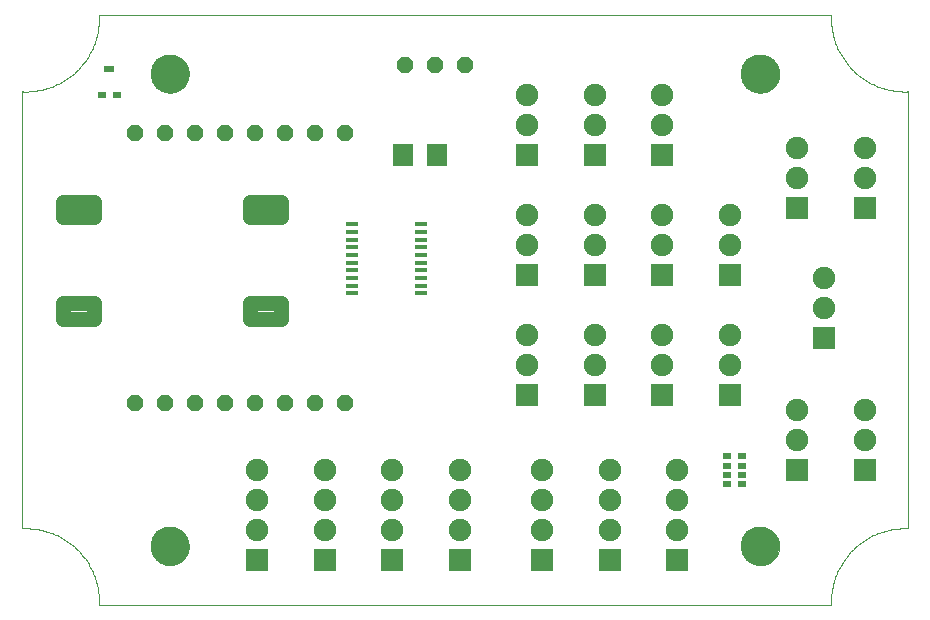
<source format=gts>
G75*
%MOIN*%
%OFA0B0*%
%FSLAX25Y25*%
%IPPOS*%
%LPD*%
%AMOC8*
5,1,8,0,0,1.08239X$1,22.5*
%
%ADD10C,0.00000*%
%ADD11C,0.12998*%
%ADD12R,0.06699X0.07498*%
%ADD13OC8,0.05600*%
%ADD14OC8,0.05550*%
%ADD15R,0.07487X0.07487*%
%ADD16C,0.07487*%
%ADD17R,0.04300X0.01600*%
%ADD18R,0.02959X0.02369*%
%ADD19R,0.03550X0.02369*%
%ADD20R,0.02565X0.02369*%
%ADD21C,0.05121*%
D10*
X0053934Y0055808D02*
X0054532Y0055829D01*
X0055131Y0055835D01*
X0055730Y0055827D01*
X0056329Y0055803D01*
X0056927Y0055766D01*
X0057524Y0055713D01*
X0058119Y0055646D01*
X0058712Y0055565D01*
X0059304Y0055469D01*
X0059893Y0055358D01*
X0060478Y0055234D01*
X0061061Y0055094D01*
X0061640Y0054941D01*
X0062215Y0054773D01*
X0062786Y0054592D01*
X0063353Y0054396D01*
X0063914Y0054187D01*
X0064470Y0053964D01*
X0065020Y0053728D01*
X0065565Y0053478D01*
X0066103Y0053215D01*
X0066634Y0052938D01*
X0067159Y0052649D01*
X0067676Y0052347D01*
X0068186Y0052033D01*
X0068688Y0051706D01*
X0069182Y0051367D01*
X0069667Y0051016D01*
X0070144Y0050653D01*
X0070612Y0050278D01*
X0071070Y0049892D01*
X0071519Y0049496D01*
X0071958Y0049088D01*
X0072386Y0048669D01*
X0072805Y0048241D01*
X0073213Y0047802D01*
X0073609Y0047353D01*
X0073995Y0046895D01*
X0074370Y0046427D01*
X0074733Y0045950D01*
X0075084Y0045465D01*
X0075423Y0044971D01*
X0075750Y0044469D01*
X0076064Y0043959D01*
X0076366Y0043442D01*
X0076655Y0042917D01*
X0076932Y0042386D01*
X0077195Y0041848D01*
X0077445Y0041303D01*
X0077681Y0040753D01*
X0077904Y0040197D01*
X0078113Y0039636D01*
X0078309Y0039069D01*
X0078490Y0038498D01*
X0078658Y0037923D01*
X0078811Y0037344D01*
X0078951Y0036761D01*
X0079075Y0036176D01*
X0079186Y0035587D01*
X0079282Y0034995D01*
X0079363Y0034402D01*
X0079430Y0033807D01*
X0079483Y0033210D01*
X0079520Y0032612D01*
X0079544Y0032013D01*
X0079552Y0031414D01*
X0079546Y0030815D01*
X0079525Y0030217D01*
X0079524Y0030217D02*
X0323619Y0030217D01*
X0323618Y0030217D02*
X0323597Y0030815D01*
X0323591Y0031414D01*
X0323599Y0032013D01*
X0323623Y0032612D01*
X0323660Y0033210D01*
X0323713Y0033807D01*
X0323780Y0034402D01*
X0323861Y0034995D01*
X0323957Y0035587D01*
X0324068Y0036176D01*
X0324192Y0036761D01*
X0324332Y0037344D01*
X0324485Y0037923D01*
X0324653Y0038498D01*
X0324834Y0039069D01*
X0325030Y0039636D01*
X0325239Y0040197D01*
X0325462Y0040753D01*
X0325698Y0041303D01*
X0325948Y0041848D01*
X0326211Y0042386D01*
X0326488Y0042917D01*
X0326777Y0043442D01*
X0327079Y0043959D01*
X0327393Y0044469D01*
X0327720Y0044971D01*
X0328059Y0045465D01*
X0328410Y0045950D01*
X0328773Y0046427D01*
X0329148Y0046895D01*
X0329534Y0047353D01*
X0329930Y0047802D01*
X0330338Y0048241D01*
X0330757Y0048669D01*
X0331185Y0049088D01*
X0331624Y0049496D01*
X0332073Y0049892D01*
X0332531Y0050278D01*
X0332999Y0050653D01*
X0333476Y0051016D01*
X0333961Y0051367D01*
X0334455Y0051706D01*
X0334957Y0052033D01*
X0335467Y0052347D01*
X0335984Y0052649D01*
X0336509Y0052938D01*
X0337040Y0053215D01*
X0337578Y0053478D01*
X0338123Y0053728D01*
X0338673Y0053964D01*
X0339229Y0054187D01*
X0339790Y0054396D01*
X0340357Y0054592D01*
X0340928Y0054773D01*
X0341503Y0054941D01*
X0342082Y0055094D01*
X0342665Y0055234D01*
X0343250Y0055358D01*
X0343839Y0055469D01*
X0344431Y0055565D01*
X0345024Y0055646D01*
X0345619Y0055713D01*
X0346216Y0055766D01*
X0346814Y0055803D01*
X0347413Y0055827D01*
X0348012Y0055835D01*
X0348611Y0055829D01*
X0349209Y0055808D01*
X0349209Y0055807D02*
X0349209Y0201476D01*
X0348611Y0201455D01*
X0348012Y0201449D01*
X0347413Y0201457D01*
X0346814Y0201481D01*
X0346216Y0201518D01*
X0345619Y0201571D01*
X0345024Y0201638D01*
X0344431Y0201719D01*
X0343839Y0201815D01*
X0343250Y0201926D01*
X0342665Y0202050D01*
X0342082Y0202190D01*
X0341503Y0202343D01*
X0340928Y0202511D01*
X0340357Y0202692D01*
X0339790Y0202888D01*
X0339229Y0203097D01*
X0338673Y0203320D01*
X0338123Y0203556D01*
X0337578Y0203806D01*
X0337040Y0204069D01*
X0336509Y0204346D01*
X0335984Y0204635D01*
X0335467Y0204937D01*
X0334957Y0205251D01*
X0334455Y0205578D01*
X0333961Y0205917D01*
X0333476Y0206268D01*
X0332999Y0206631D01*
X0332531Y0207006D01*
X0332073Y0207392D01*
X0331624Y0207788D01*
X0331185Y0208196D01*
X0330757Y0208615D01*
X0330338Y0209043D01*
X0329930Y0209482D01*
X0329534Y0209931D01*
X0329148Y0210389D01*
X0328773Y0210857D01*
X0328410Y0211334D01*
X0328059Y0211819D01*
X0327720Y0212313D01*
X0327393Y0212815D01*
X0327079Y0213325D01*
X0326777Y0213842D01*
X0326488Y0214367D01*
X0326211Y0214898D01*
X0325948Y0215436D01*
X0325698Y0215981D01*
X0325462Y0216531D01*
X0325239Y0217087D01*
X0325030Y0217648D01*
X0324834Y0218215D01*
X0324653Y0218786D01*
X0324485Y0219361D01*
X0324332Y0219940D01*
X0324192Y0220523D01*
X0324068Y0221108D01*
X0323957Y0221697D01*
X0323861Y0222289D01*
X0323780Y0222882D01*
X0323713Y0223477D01*
X0323660Y0224074D01*
X0323623Y0224672D01*
X0323599Y0225271D01*
X0323591Y0225870D01*
X0323597Y0226469D01*
X0323618Y0227067D01*
X0323619Y0227067D02*
X0079524Y0227067D01*
X0079525Y0227067D02*
X0079546Y0226469D01*
X0079552Y0225870D01*
X0079544Y0225271D01*
X0079520Y0224672D01*
X0079483Y0224074D01*
X0079430Y0223477D01*
X0079363Y0222882D01*
X0079282Y0222289D01*
X0079186Y0221697D01*
X0079075Y0221108D01*
X0078951Y0220523D01*
X0078811Y0219940D01*
X0078658Y0219361D01*
X0078490Y0218786D01*
X0078309Y0218215D01*
X0078113Y0217648D01*
X0077904Y0217087D01*
X0077681Y0216531D01*
X0077445Y0215981D01*
X0077195Y0215436D01*
X0076932Y0214898D01*
X0076655Y0214367D01*
X0076366Y0213842D01*
X0076064Y0213325D01*
X0075750Y0212815D01*
X0075423Y0212313D01*
X0075084Y0211819D01*
X0074733Y0211334D01*
X0074370Y0210857D01*
X0073995Y0210389D01*
X0073609Y0209931D01*
X0073213Y0209482D01*
X0072805Y0209043D01*
X0072386Y0208615D01*
X0071958Y0208196D01*
X0071519Y0207788D01*
X0071070Y0207392D01*
X0070612Y0207006D01*
X0070144Y0206631D01*
X0069667Y0206268D01*
X0069182Y0205917D01*
X0068688Y0205578D01*
X0068186Y0205251D01*
X0067676Y0204937D01*
X0067159Y0204635D01*
X0066634Y0204346D01*
X0066103Y0204069D01*
X0065565Y0203806D01*
X0065020Y0203556D01*
X0064470Y0203320D01*
X0063914Y0203097D01*
X0063353Y0202888D01*
X0062786Y0202692D01*
X0062215Y0202511D01*
X0061640Y0202343D01*
X0061061Y0202190D01*
X0060478Y0202050D01*
X0059893Y0201926D01*
X0059304Y0201815D01*
X0058712Y0201719D01*
X0058119Y0201638D01*
X0057524Y0201571D01*
X0056927Y0201518D01*
X0056329Y0201481D01*
X0055730Y0201457D01*
X0055131Y0201449D01*
X0054532Y0201455D01*
X0053934Y0201476D01*
X0053934Y0055807D01*
X0096847Y0049902D02*
X0096849Y0050060D01*
X0096855Y0050218D01*
X0096865Y0050376D01*
X0096879Y0050534D01*
X0096897Y0050691D01*
X0096918Y0050848D01*
X0096944Y0051004D01*
X0096974Y0051160D01*
X0097007Y0051315D01*
X0097045Y0051468D01*
X0097086Y0051621D01*
X0097131Y0051773D01*
X0097180Y0051924D01*
X0097233Y0052073D01*
X0097289Y0052221D01*
X0097349Y0052367D01*
X0097413Y0052512D01*
X0097481Y0052655D01*
X0097552Y0052797D01*
X0097626Y0052937D01*
X0097704Y0053074D01*
X0097786Y0053210D01*
X0097870Y0053344D01*
X0097959Y0053475D01*
X0098050Y0053604D01*
X0098145Y0053731D01*
X0098242Y0053856D01*
X0098343Y0053978D01*
X0098447Y0054097D01*
X0098554Y0054214D01*
X0098664Y0054328D01*
X0098777Y0054439D01*
X0098892Y0054548D01*
X0099010Y0054653D01*
X0099131Y0054755D01*
X0099254Y0054855D01*
X0099380Y0054951D01*
X0099508Y0055044D01*
X0099638Y0055134D01*
X0099771Y0055220D01*
X0099906Y0055304D01*
X0100042Y0055383D01*
X0100181Y0055460D01*
X0100322Y0055532D01*
X0100464Y0055602D01*
X0100608Y0055667D01*
X0100754Y0055729D01*
X0100901Y0055787D01*
X0101050Y0055842D01*
X0101200Y0055893D01*
X0101351Y0055940D01*
X0101503Y0055983D01*
X0101656Y0056022D01*
X0101811Y0056058D01*
X0101966Y0056089D01*
X0102122Y0056117D01*
X0102278Y0056141D01*
X0102435Y0056161D01*
X0102593Y0056177D01*
X0102750Y0056189D01*
X0102909Y0056197D01*
X0103067Y0056201D01*
X0103225Y0056201D01*
X0103383Y0056197D01*
X0103542Y0056189D01*
X0103699Y0056177D01*
X0103857Y0056161D01*
X0104014Y0056141D01*
X0104170Y0056117D01*
X0104326Y0056089D01*
X0104481Y0056058D01*
X0104636Y0056022D01*
X0104789Y0055983D01*
X0104941Y0055940D01*
X0105092Y0055893D01*
X0105242Y0055842D01*
X0105391Y0055787D01*
X0105538Y0055729D01*
X0105684Y0055667D01*
X0105828Y0055602D01*
X0105970Y0055532D01*
X0106111Y0055460D01*
X0106250Y0055383D01*
X0106386Y0055304D01*
X0106521Y0055220D01*
X0106654Y0055134D01*
X0106784Y0055044D01*
X0106912Y0054951D01*
X0107038Y0054855D01*
X0107161Y0054755D01*
X0107282Y0054653D01*
X0107400Y0054548D01*
X0107515Y0054439D01*
X0107628Y0054328D01*
X0107738Y0054214D01*
X0107845Y0054097D01*
X0107949Y0053978D01*
X0108050Y0053856D01*
X0108147Y0053731D01*
X0108242Y0053604D01*
X0108333Y0053475D01*
X0108422Y0053344D01*
X0108506Y0053210D01*
X0108588Y0053074D01*
X0108666Y0052937D01*
X0108740Y0052797D01*
X0108811Y0052655D01*
X0108879Y0052512D01*
X0108943Y0052367D01*
X0109003Y0052221D01*
X0109059Y0052073D01*
X0109112Y0051924D01*
X0109161Y0051773D01*
X0109206Y0051621D01*
X0109247Y0051468D01*
X0109285Y0051315D01*
X0109318Y0051160D01*
X0109348Y0051004D01*
X0109374Y0050848D01*
X0109395Y0050691D01*
X0109413Y0050534D01*
X0109427Y0050376D01*
X0109437Y0050218D01*
X0109443Y0050060D01*
X0109445Y0049902D01*
X0109443Y0049744D01*
X0109437Y0049586D01*
X0109427Y0049428D01*
X0109413Y0049270D01*
X0109395Y0049113D01*
X0109374Y0048956D01*
X0109348Y0048800D01*
X0109318Y0048644D01*
X0109285Y0048489D01*
X0109247Y0048336D01*
X0109206Y0048183D01*
X0109161Y0048031D01*
X0109112Y0047880D01*
X0109059Y0047731D01*
X0109003Y0047583D01*
X0108943Y0047437D01*
X0108879Y0047292D01*
X0108811Y0047149D01*
X0108740Y0047007D01*
X0108666Y0046867D01*
X0108588Y0046730D01*
X0108506Y0046594D01*
X0108422Y0046460D01*
X0108333Y0046329D01*
X0108242Y0046200D01*
X0108147Y0046073D01*
X0108050Y0045948D01*
X0107949Y0045826D01*
X0107845Y0045707D01*
X0107738Y0045590D01*
X0107628Y0045476D01*
X0107515Y0045365D01*
X0107400Y0045256D01*
X0107282Y0045151D01*
X0107161Y0045049D01*
X0107038Y0044949D01*
X0106912Y0044853D01*
X0106784Y0044760D01*
X0106654Y0044670D01*
X0106521Y0044584D01*
X0106386Y0044500D01*
X0106250Y0044421D01*
X0106111Y0044344D01*
X0105970Y0044272D01*
X0105828Y0044202D01*
X0105684Y0044137D01*
X0105538Y0044075D01*
X0105391Y0044017D01*
X0105242Y0043962D01*
X0105092Y0043911D01*
X0104941Y0043864D01*
X0104789Y0043821D01*
X0104636Y0043782D01*
X0104481Y0043746D01*
X0104326Y0043715D01*
X0104170Y0043687D01*
X0104014Y0043663D01*
X0103857Y0043643D01*
X0103699Y0043627D01*
X0103542Y0043615D01*
X0103383Y0043607D01*
X0103225Y0043603D01*
X0103067Y0043603D01*
X0102909Y0043607D01*
X0102750Y0043615D01*
X0102593Y0043627D01*
X0102435Y0043643D01*
X0102278Y0043663D01*
X0102122Y0043687D01*
X0101966Y0043715D01*
X0101811Y0043746D01*
X0101656Y0043782D01*
X0101503Y0043821D01*
X0101351Y0043864D01*
X0101200Y0043911D01*
X0101050Y0043962D01*
X0100901Y0044017D01*
X0100754Y0044075D01*
X0100608Y0044137D01*
X0100464Y0044202D01*
X0100322Y0044272D01*
X0100181Y0044344D01*
X0100042Y0044421D01*
X0099906Y0044500D01*
X0099771Y0044584D01*
X0099638Y0044670D01*
X0099508Y0044760D01*
X0099380Y0044853D01*
X0099254Y0044949D01*
X0099131Y0045049D01*
X0099010Y0045151D01*
X0098892Y0045256D01*
X0098777Y0045365D01*
X0098664Y0045476D01*
X0098554Y0045590D01*
X0098447Y0045707D01*
X0098343Y0045826D01*
X0098242Y0045948D01*
X0098145Y0046073D01*
X0098050Y0046200D01*
X0097959Y0046329D01*
X0097870Y0046460D01*
X0097786Y0046594D01*
X0097704Y0046730D01*
X0097626Y0046867D01*
X0097552Y0047007D01*
X0097481Y0047149D01*
X0097413Y0047292D01*
X0097349Y0047437D01*
X0097289Y0047583D01*
X0097233Y0047731D01*
X0097180Y0047880D01*
X0097131Y0048031D01*
X0097086Y0048183D01*
X0097045Y0048336D01*
X0097007Y0048489D01*
X0096974Y0048644D01*
X0096944Y0048800D01*
X0096918Y0048956D01*
X0096897Y0049113D01*
X0096879Y0049270D01*
X0096865Y0049428D01*
X0096855Y0049586D01*
X0096849Y0049744D01*
X0096847Y0049902D01*
X0293698Y0049902D02*
X0293700Y0050060D01*
X0293706Y0050218D01*
X0293716Y0050376D01*
X0293730Y0050534D01*
X0293748Y0050691D01*
X0293769Y0050848D01*
X0293795Y0051004D01*
X0293825Y0051160D01*
X0293858Y0051315D01*
X0293896Y0051468D01*
X0293937Y0051621D01*
X0293982Y0051773D01*
X0294031Y0051924D01*
X0294084Y0052073D01*
X0294140Y0052221D01*
X0294200Y0052367D01*
X0294264Y0052512D01*
X0294332Y0052655D01*
X0294403Y0052797D01*
X0294477Y0052937D01*
X0294555Y0053074D01*
X0294637Y0053210D01*
X0294721Y0053344D01*
X0294810Y0053475D01*
X0294901Y0053604D01*
X0294996Y0053731D01*
X0295093Y0053856D01*
X0295194Y0053978D01*
X0295298Y0054097D01*
X0295405Y0054214D01*
X0295515Y0054328D01*
X0295628Y0054439D01*
X0295743Y0054548D01*
X0295861Y0054653D01*
X0295982Y0054755D01*
X0296105Y0054855D01*
X0296231Y0054951D01*
X0296359Y0055044D01*
X0296489Y0055134D01*
X0296622Y0055220D01*
X0296757Y0055304D01*
X0296893Y0055383D01*
X0297032Y0055460D01*
X0297173Y0055532D01*
X0297315Y0055602D01*
X0297459Y0055667D01*
X0297605Y0055729D01*
X0297752Y0055787D01*
X0297901Y0055842D01*
X0298051Y0055893D01*
X0298202Y0055940D01*
X0298354Y0055983D01*
X0298507Y0056022D01*
X0298662Y0056058D01*
X0298817Y0056089D01*
X0298973Y0056117D01*
X0299129Y0056141D01*
X0299286Y0056161D01*
X0299444Y0056177D01*
X0299601Y0056189D01*
X0299760Y0056197D01*
X0299918Y0056201D01*
X0300076Y0056201D01*
X0300234Y0056197D01*
X0300393Y0056189D01*
X0300550Y0056177D01*
X0300708Y0056161D01*
X0300865Y0056141D01*
X0301021Y0056117D01*
X0301177Y0056089D01*
X0301332Y0056058D01*
X0301487Y0056022D01*
X0301640Y0055983D01*
X0301792Y0055940D01*
X0301943Y0055893D01*
X0302093Y0055842D01*
X0302242Y0055787D01*
X0302389Y0055729D01*
X0302535Y0055667D01*
X0302679Y0055602D01*
X0302821Y0055532D01*
X0302962Y0055460D01*
X0303101Y0055383D01*
X0303237Y0055304D01*
X0303372Y0055220D01*
X0303505Y0055134D01*
X0303635Y0055044D01*
X0303763Y0054951D01*
X0303889Y0054855D01*
X0304012Y0054755D01*
X0304133Y0054653D01*
X0304251Y0054548D01*
X0304366Y0054439D01*
X0304479Y0054328D01*
X0304589Y0054214D01*
X0304696Y0054097D01*
X0304800Y0053978D01*
X0304901Y0053856D01*
X0304998Y0053731D01*
X0305093Y0053604D01*
X0305184Y0053475D01*
X0305273Y0053344D01*
X0305357Y0053210D01*
X0305439Y0053074D01*
X0305517Y0052937D01*
X0305591Y0052797D01*
X0305662Y0052655D01*
X0305730Y0052512D01*
X0305794Y0052367D01*
X0305854Y0052221D01*
X0305910Y0052073D01*
X0305963Y0051924D01*
X0306012Y0051773D01*
X0306057Y0051621D01*
X0306098Y0051468D01*
X0306136Y0051315D01*
X0306169Y0051160D01*
X0306199Y0051004D01*
X0306225Y0050848D01*
X0306246Y0050691D01*
X0306264Y0050534D01*
X0306278Y0050376D01*
X0306288Y0050218D01*
X0306294Y0050060D01*
X0306296Y0049902D01*
X0306294Y0049744D01*
X0306288Y0049586D01*
X0306278Y0049428D01*
X0306264Y0049270D01*
X0306246Y0049113D01*
X0306225Y0048956D01*
X0306199Y0048800D01*
X0306169Y0048644D01*
X0306136Y0048489D01*
X0306098Y0048336D01*
X0306057Y0048183D01*
X0306012Y0048031D01*
X0305963Y0047880D01*
X0305910Y0047731D01*
X0305854Y0047583D01*
X0305794Y0047437D01*
X0305730Y0047292D01*
X0305662Y0047149D01*
X0305591Y0047007D01*
X0305517Y0046867D01*
X0305439Y0046730D01*
X0305357Y0046594D01*
X0305273Y0046460D01*
X0305184Y0046329D01*
X0305093Y0046200D01*
X0304998Y0046073D01*
X0304901Y0045948D01*
X0304800Y0045826D01*
X0304696Y0045707D01*
X0304589Y0045590D01*
X0304479Y0045476D01*
X0304366Y0045365D01*
X0304251Y0045256D01*
X0304133Y0045151D01*
X0304012Y0045049D01*
X0303889Y0044949D01*
X0303763Y0044853D01*
X0303635Y0044760D01*
X0303505Y0044670D01*
X0303372Y0044584D01*
X0303237Y0044500D01*
X0303101Y0044421D01*
X0302962Y0044344D01*
X0302821Y0044272D01*
X0302679Y0044202D01*
X0302535Y0044137D01*
X0302389Y0044075D01*
X0302242Y0044017D01*
X0302093Y0043962D01*
X0301943Y0043911D01*
X0301792Y0043864D01*
X0301640Y0043821D01*
X0301487Y0043782D01*
X0301332Y0043746D01*
X0301177Y0043715D01*
X0301021Y0043687D01*
X0300865Y0043663D01*
X0300708Y0043643D01*
X0300550Y0043627D01*
X0300393Y0043615D01*
X0300234Y0043607D01*
X0300076Y0043603D01*
X0299918Y0043603D01*
X0299760Y0043607D01*
X0299601Y0043615D01*
X0299444Y0043627D01*
X0299286Y0043643D01*
X0299129Y0043663D01*
X0298973Y0043687D01*
X0298817Y0043715D01*
X0298662Y0043746D01*
X0298507Y0043782D01*
X0298354Y0043821D01*
X0298202Y0043864D01*
X0298051Y0043911D01*
X0297901Y0043962D01*
X0297752Y0044017D01*
X0297605Y0044075D01*
X0297459Y0044137D01*
X0297315Y0044202D01*
X0297173Y0044272D01*
X0297032Y0044344D01*
X0296893Y0044421D01*
X0296757Y0044500D01*
X0296622Y0044584D01*
X0296489Y0044670D01*
X0296359Y0044760D01*
X0296231Y0044853D01*
X0296105Y0044949D01*
X0295982Y0045049D01*
X0295861Y0045151D01*
X0295743Y0045256D01*
X0295628Y0045365D01*
X0295515Y0045476D01*
X0295405Y0045590D01*
X0295298Y0045707D01*
X0295194Y0045826D01*
X0295093Y0045948D01*
X0294996Y0046073D01*
X0294901Y0046200D01*
X0294810Y0046329D01*
X0294721Y0046460D01*
X0294637Y0046594D01*
X0294555Y0046730D01*
X0294477Y0046867D01*
X0294403Y0047007D01*
X0294332Y0047149D01*
X0294264Y0047292D01*
X0294200Y0047437D01*
X0294140Y0047583D01*
X0294084Y0047731D01*
X0294031Y0047880D01*
X0293982Y0048031D01*
X0293937Y0048183D01*
X0293896Y0048336D01*
X0293858Y0048489D01*
X0293825Y0048644D01*
X0293795Y0048800D01*
X0293769Y0048956D01*
X0293748Y0049113D01*
X0293730Y0049270D01*
X0293716Y0049428D01*
X0293706Y0049586D01*
X0293700Y0049744D01*
X0293698Y0049902D01*
X0293698Y0207382D02*
X0293700Y0207540D01*
X0293706Y0207698D01*
X0293716Y0207856D01*
X0293730Y0208014D01*
X0293748Y0208171D01*
X0293769Y0208328D01*
X0293795Y0208484D01*
X0293825Y0208640D01*
X0293858Y0208795D01*
X0293896Y0208948D01*
X0293937Y0209101D01*
X0293982Y0209253D01*
X0294031Y0209404D01*
X0294084Y0209553D01*
X0294140Y0209701D01*
X0294200Y0209847D01*
X0294264Y0209992D01*
X0294332Y0210135D01*
X0294403Y0210277D01*
X0294477Y0210417D01*
X0294555Y0210554D01*
X0294637Y0210690D01*
X0294721Y0210824D01*
X0294810Y0210955D01*
X0294901Y0211084D01*
X0294996Y0211211D01*
X0295093Y0211336D01*
X0295194Y0211458D01*
X0295298Y0211577D01*
X0295405Y0211694D01*
X0295515Y0211808D01*
X0295628Y0211919D01*
X0295743Y0212028D01*
X0295861Y0212133D01*
X0295982Y0212235D01*
X0296105Y0212335D01*
X0296231Y0212431D01*
X0296359Y0212524D01*
X0296489Y0212614D01*
X0296622Y0212700D01*
X0296757Y0212784D01*
X0296893Y0212863D01*
X0297032Y0212940D01*
X0297173Y0213012D01*
X0297315Y0213082D01*
X0297459Y0213147D01*
X0297605Y0213209D01*
X0297752Y0213267D01*
X0297901Y0213322D01*
X0298051Y0213373D01*
X0298202Y0213420D01*
X0298354Y0213463D01*
X0298507Y0213502D01*
X0298662Y0213538D01*
X0298817Y0213569D01*
X0298973Y0213597D01*
X0299129Y0213621D01*
X0299286Y0213641D01*
X0299444Y0213657D01*
X0299601Y0213669D01*
X0299760Y0213677D01*
X0299918Y0213681D01*
X0300076Y0213681D01*
X0300234Y0213677D01*
X0300393Y0213669D01*
X0300550Y0213657D01*
X0300708Y0213641D01*
X0300865Y0213621D01*
X0301021Y0213597D01*
X0301177Y0213569D01*
X0301332Y0213538D01*
X0301487Y0213502D01*
X0301640Y0213463D01*
X0301792Y0213420D01*
X0301943Y0213373D01*
X0302093Y0213322D01*
X0302242Y0213267D01*
X0302389Y0213209D01*
X0302535Y0213147D01*
X0302679Y0213082D01*
X0302821Y0213012D01*
X0302962Y0212940D01*
X0303101Y0212863D01*
X0303237Y0212784D01*
X0303372Y0212700D01*
X0303505Y0212614D01*
X0303635Y0212524D01*
X0303763Y0212431D01*
X0303889Y0212335D01*
X0304012Y0212235D01*
X0304133Y0212133D01*
X0304251Y0212028D01*
X0304366Y0211919D01*
X0304479Y0211808D01*
X0304589Y0211694D01*
X0304696Y0211577D01*
X0304800Y0211458D01*
X0304901Y0211336D01*
X0304998Y0211211D01*
X0305093Y0211084D01*
X0305184Y0210955D01*
X0305273Y0210824D01*
X0305357Y0210690D01*
X0305439Y0210554D01*
X0305517Y0210417D01*
X0305591Y0210277D01*
X0305662Y0210135D01*
X0305730Y0209992D01*
X0305794Y0209847D01*
X0305854Y0209701D01*
X0305910Y0209553D01*
X0305963Y0209404D01*
X0306012Y0209253D01*
X0306057Y0209101D01*
X0306098Y0208948D01*
X0306136Y0208795D01*
X0306169Y0208640D01*
X0306199Y0208484D01*
X0306225Y0208328D01*
X0306246Y0208171D01*
X0306264Y0208014D01*
X0306278Y0207856D01*
X0306288Y0207698D01*
X0306294Y0207540D01*
X0306296Y0207382D01*
X0306294Y0207224D01*
X0306288Y0207066D01*
X0306278Y0206908D01*
X0306264Y0206750D01*
X0306246Y0206593D01*
X0306225Y0206436D01*
X0306199Y0206280D01*
X0306169Y0206124D01*
X0306136Y0205969D01*
X0306098Y0205816D01*
X0306057Y0205663D01*
X0306012Y0205511D01*
X0305963Y0205360D01*
X0305910Y0205211D01*
X0305854Y0205063D01*
X0305794Y0204917D01*
X0305730Y0204772D01*
X0305662Y0204629D01*
X0305591Y0204487D01*
X0305517Y0204347D01*
X0305439Y0204210D01*
X0305357Y0204074D01*
X0305273Y0203940D01*
X0305184Y0203809D01*
X0305093Y0203680D01*
X0304998Y0203553D01*
X0304901Y0203428D01*
X0304800Y0203306D01*
X0304696Y0203187D01*
X0304589Y0203070D01*
X0304479Y0202956D01*
X0304366Y0202845D01*
X0304251Y0202736D01*
X0304133Y0202631D01*
X0304012Y0202529D01*
X0303889Y0202429D01*
X0303763Y0202333D01*
X0303635Y0202240D01*
X0303505Y0202150D01*
X0303372Y0202064D01*
X0303237Y0201980D01*
X0303101Y0201901D01*
X0302962Y0201824D01*
X0302821Y0201752D01*
X0302679Y0201682D01*
X0302535Y0201617D01*
X0302389Y0201555D01*
X0302242Y0201497D01*
X0302093Y0201442D01*
X0301943Y0201391D01*
X0301792Y0201344D01*
X0301640Y0201301D01*
X0301487Y0201262D01*
X0301332Y0201226D01*
X0301177Y0201195D01*
X0301021Y0201167D01*
X0300865Y0201143D01*
X0300708Y0201123D01*
X0300550Y0201107D01*
X0300393Y0201095D01*
X0300234Y0201087D01*
X0300076Y0201083D01*
X0299918Y0201083D01*
X0299760Y0201087D01*
X0299601Y0201095D01*
X0299444Y0201107D01*
X0299286Y0201123D01*
X0299129Y0201143D01*
X0298973Y0201167D01*
X0298817Y0201195D01*
X0298662Y0201226D01*
X0298507Y0201262D01*
X0298354Y0201301D01*
X0298202Y0201344D01*
X0298051Y0201391D01*
X0297901Y0201442D01*
X0297752Y0201497D01*
X0297605Y0201555D01*
X0297459Y0201617D01*
X0297315Y0201682D01*
X0297173Y0201752D01*
X0297032Y0201824D01*
X0296893Y0201901D01*
X0296757Y0201980D01*
X0296622Y0202064D01*
X0296489Y0202150D01*
X0296359Y0202240D01*
X0296231Y0202333D01*
X0296105Y0202429D01*
X0295982Y0202529D01*
X0295861Y0202631D01*
X0295743Y0202736D01*
X0295628Y0202845D01*
X0295515Y0202956D01*
X0295405Y0203070D01*
X0295298Y0203187D01*
X0295194Y0203306D01*
X0295093Y0203428D01*
X0294996Y0203553D01*
X0294901Y0203680D01*
X0294810Y0203809D01*
X0294721Y0203940D01*
X0294637Y0204074D01*
X0294555Y0204210D01*
X0294477Y0204347D01*
X0294403Y0204487D01*
X0294332Y0204629D01*
X0294264Y0204772D01*
X0294200Y0204917D01*
X0294140Y0205063D01*
X0294084Y0205211D01*
X0294031Y0205360D01*
X0293982Y0205511D01*
X0293937Y0205663D01*
X0293896Y0205816D01*
X0293858Y0205969D01*
X0293825Y0206124D01*
X0293795Y0206280D01*
X0293769Y0206436D01*
X0293748Y0206593D01*
X0293730Y0206750D01*
X0293716Y0206908D01*
X0293706Y0207066D01*
X0293700Y0207224D01*
X0293698Y0207382D01*
X0096847Y0207382D02*
X0096849Y0207540D01*
X0096855Y0207698D01*
X0096865Y0207856D01*
X0096879Y0208014D01*
X0096897Y0208171D01*
X0096918Y0208328D01*
X0096944Y0208484D01*
X0096974Y0208640D01*
X0097007Y0208795D01*
X0097045Y0208948D01*
X0097086Y0209101D01*
X0097131Y0209253D01*
X0097180Y0209404D01*
X0097233Y0209553D01*
X0097289Y0209701D01*
X0097349Y0209847D01*
X0097413Y0209992D01*
X0097481Y0210135D01*
X0097552Y0210277D01*
X0097626Y0210417D01*
X0097704Y0210554D01*
X0097786Y0210690D01*
X0097870Y0210824D01*
X0097959Y0210955D01*
X0098050Y0211084D01*
X0098145Y0211211D01*
X0098242Y0211336D01*
X0098343Y0211458D01*
X0098447Y0211577D01*
X0098554Y0211694D01*
X0098664Y0211808D01*
X0098777Y0211919D01*
X0098892Y0212028D01*
X0099010Y0212133D01*
X0099131Y0212235D01*
X0099254Y0212335D01*
X0099380Y0212431D01*
X0099508Y0212524D01*
X0099638Y0212614D01*
X0099771Y0212700D01*
X0099906Y0212784D01*
X0100042Y0212863D01*
X0100181Y0212940D01*
X0100322Y0213012D01*
X0100464Y0213082D01*
X0100608Y0213147D01*
X0100754Y0213209D01*
X0100901Y0213267D01*
X0101050Y0213322D01*
X0101200Y0213373D01*
X0101351Y0213420D01*
X0101503Y0213463D01*
X0101656Y0213502D01*
X0101811Y0213538D01*
X0101966Y0213569D01*
X0102122Y0213597D01*
X0102278Y0213621D01*
X0102435Y0213641D01*
X0102593Y0213657D01*
X0102750Y0213669D01*
X0102909Y0213677D01*
X0103067Y0213681D01*
X0103225Y0213681D01*
X0103383Y0213677D01*
X0103542Y0213669D01*
X0103699Y0213657D01*
X0103857Y0213641D01*
X0104014Y0213621D01*
X0104170Y0213597D01*
X0104326Y0213569D01*
X0104481Y0213538D01*
X0104636Y0213502D01*
X0104789Y0213463D01*
X0104941Y0213420D01*
X0105092Y0213373D01*
X0105242Y0213322D01*
X0105391Y0213267D01*
X0105538Y0213209D01*
X0105684Y0213147D01*
X0105828Y0213082D01*
X0105970Y0213012D01*
X0106111Y0212940D01*
X0106250Y0212863D01*
X0106386Y0212784D01*
X0106521Y0212700D01*
X0106654Y0212614D01*
X0106784Y0212524D01*
X0106912Y0212431D01*
X0107038Y0212335D01*
X0107161Y0212235D01*
X0107282Y0212133D01*
X0107400Y0212028D01*
X0107515Y0211919D01*
X0107628Y0211808D01*
X0107738Y0211694D01*
X0107845Y0211577D01*
X0107949Y0211458D01*
X0108050Y0211336D01*
X0108147Y0211211D01*
X0108242Y0211084D01*
X0108333Y0210955D01*
X0108422Y0210824D01*
X0108506Y0210690D01*
X0108588Y0210554D01*
X0108666Y0210417D01*
X0108740Y0210277D01*
X0108811Y0210135D01*
X0108879Y0209992D01*
X0108943Y0209847D01*
X0109003Y0209701D01*
X0109059Y0209553D01*
X0109112Y0209404D01*
X0109161Y0209253D01*
X0109206Y0209101D01*
X0109247Y0208948D01*
X0109285Y0208795D01*
X0109318Y0208640D01*
X0109348Y0208484D01*
X0109374Y0208328D01*
X0109395Y0208171D01*
X0109413Y0208014D01*
X0109427Y0207856D01*
X0109437Y0207698D01*
X0109443Y0207540D01*
X0109445Y0207382D01*
X0109443Y0207224D01*
X0109437Y0207066D01*
X0109427Y0206908D01*
X0109413Y0206750D01*
X0109395Y0206593D01*
X0109374Y0206436D01*
X0109348Y0206280D01*
X0109318Y0206124D01*
X0109285Y0205969D01*
X0109247Y0205816D01*
X0109206Y0205663D01*
X0109161Y0205511D01*
X0109112Y0205360D01*
X0109059Y0205211D01*
X0109003Y0205063D01*
X0108943Y0204917D01*
X0108879Y0204772D01*
X0108811Y0204629D01*
X0108740Y0204487D01*
X0108666Y0204347D01*
X0108588Y0204210D01*
X0108506Y0204074D01*
X0108422Y0203940D01*
X0108333Y0203809D01*
X0108242Y0203680D01*
X0108147Y0203553D01*
X0108050Y0203428D01*
X0107949Y0203306D01*
X0107845Y0203187D01*
X0107738Y0203070D01*
X0107628Y0202956D01*
X0107515Y0202845D01*
X0107400Y0202736D01*
X0107282Y0202631D01*
X0107161Y0202529D01*
X0107038Y0202429D01*
X0106912Y0202333D01*
X0106784Y0202240D01*
X0106654Y0202150D01*
X0106521Y0202064D01*
X0106386Y0201980D01*
X0106250Y0201901D01*
X0106111Y0201824D01*
X0105970Y0201752D01*
X0105828Y0201682D01*
X0105684Y0201617D01*
X0105538Y0201555D01*
X0105391Y0201497D01*
X0105242Y0201442D01*
X0105092Y0201391D01*
X0104941Y0201344D01*
X0104789Y0201301D01*
X0104636Y0201262D01*
X0104481Y0201226D01*
X0104326Y0201195D01*
X0104170Y0201167D01*
X0104014Y0201143D01*
X0103857Y0201123D01*
X0103699Y0201107D01*
X0103542Y0201095D01*
X0103383Y0201087D01*
X0103225Y0201083D01*
X0103067Y0201083D01*
X0102909Y0201087D01*
X0102750Y0201095D01*
X0102593Y0201107D01*
X0102435Y0201123D01*
X0102278Y0201143D01*
X0102122Y0201167D01*
X0101966Y0201195D01*
X0101811Y0201226D01*
X0101656Y0201262D01*
X0101503Y0201301D01*
X0101351Y0201344D01*
X0101200Y0201391D01*
X0101050Y0201442D01*
X0100901Y0201497D01*
X0100754Y0201555D01*
X0100608Y0201617D01*
X0100464Y0201682D01*
X0100322Y0201752D01*
X0100181Y0201824D01*
X0100042Y0201901D01*
X0099906Y0201980D01*
X0099771Y0202064D01*
X0099638Y0202150D01*
X0099508Y0202240D01*
X0099380Y0202333D01*
X0099254Y0202429D01*
X0099131Y0202529D01*
X0099010Y0202631D01*
X0098892Y0202736D01*
X0098777Y0202845D01*
X0098664Y0202956D01*
X0098554Y0203070D01*
X0098447Y0203187D01*
X0098343Y0203306D01*
X0098242Y0203428D01*
X0098145Y0203553D01*
X0098050Y0203680D01*
X0097959Y0203809D01*
X0097870Y0203940D01*
X0097786Y0204074D01*
X0097704Y0204210D01*
X0097626Y0204347D01*
X0097552Y0204487D01*
X0097481Y0204629D01*
X0097413Y0204772D01*
X0097349Y0204917D01*
X0097289Y0205063D01*
X0097233Y0205211D01*
X0097180Y0205360D01*
X0097131Y0205511D01*
X0097086Y0205663D01*
X0097045Y0205816D01*
X0097007Y0205969D01*
X0096974Y0206124D01*
X0096944Y0206280D01*
X0096918Y0206436D01*
X0096897Y0206593D01*
X0096879Y0206750D01*
X0096865Y0206908D01*
X0096855Y0207066D01*
X0096849Y0207224D01*
X0096847Y0207382D01*
D11*
X0103146Y0207382D03*
X0299997Y0207382D03*
X0299997Y0049902D03*
X0103146Y0049902D03*
D12*
X0180809Y0180217D03*
X0192059Y0180217D03*
D13*
X0191434Y0210217D03*
X0201434Y0210217D03*
X0181434Y0210217D03*
D14*
X0161434Y0187717D03*
X0151434Y0187717D03*
X0141434Y0187717D03*
X0131434Y0187717D03*
X0121434Y0187717D03*
X0111434Y0187717D03*
X0101434Y0187717D03*
X0091434Y0187717D03*
X0091434Y0097717D03*
X0101434Y0097717D03*
X0111434Y0097717D03*
X0121434Y0097717D03*
X0131434Y0097717D03*
X0141434Y0097717D03*
X0151434Y0097717D03*
X0161434Y0097717D03*
D15*
X0222379Y0100217D03*
X0244879Y0100217D03*
X0267379Y0100217D03*
X0289879Y0100217D03*
X0321379Y0119217D03*
X0289879Y0140217D03*
X0267379Y0140217D03*
X0244879Y0140217D03*
X0222379Y0140217D03*
X0222379Y0180217D03*
X0244879Y0180217D03*
X0267379Y0180217D03*
X0312379Y0162717D03*
X0334879Y0162717D03*
X0334879Y0075217D03*
X0312379Y0075217D03*
X0272379Y0045217D03*
X0249879Y0045217D03*
X0227379Y0045217D03*
X0199879Y0045217D03*
X0177379Y0045217D03*
X0154879Y0045217D03*
X0132379Y0045217D03*
D16*
X0132379Y0055217D03*
X0132379Y0065217D03*
X0132379Y0075217D03*
X0154879Y0075217D03*
X0154879Y0065217D03*
X0154879Y0055217D03*
X0177379Y0055217D03*
X0177379Y0065217D03*
X0177379Y0075217D03*
X0199879Y0075217D03*
X0199879Y0065217D03*
X0199879Y0055217D03*
X0227379Y0055217D03*
X0227379Y0065217D03*
X0227379Y0075217D03*
X0249879Y0075217D03*
X0249879Y0065217D03*
X0249879Y0055217D03*
X0272379Y0055217D03*
X0272379Y0065217D03*
X0272379Y0075217D03*
X0312379Y0085217D03*
X0312379Y0095217D03*
X0334879Y0095217D03*
X0334879Y0085217D03*
X0289879Y0110217D03*
X0289879Y0120217D03*
X0267379Y0120217D03*
X0267379Y0110217D03*
X0244879Y0110217D03*
X0244879Y0120217D03*
X0222379Y0120217D03*
X0222379Y0110217D03*
X0222379Y0150217D03*
X0222379Y0160217D03*
X0244879Y0160217D03*
X0244879Y0150217D03*
X0267379Y0150217D03*
X0267379Y0160217D03*
X0289879Y0160217D03*
X0289879Y0150217D03*
X0312379Y0172717D03*
X0312379Y0182717D03*
X0334879Y0182717D03*
X0334879Y0172717D03*
X0321379Y0139217D03*
X0321379Y0129217D03*
X0267379Y0190217D03*
X0267379Y0200217D03*
X0244879Y0200217D03*
X0244879Y0190217D03*
X0222379Y0190217D03*
X0222379Y0200217D03*
D17*
X0186921Y0157232D03*
X0186921Y0154673D03*
X0186921Y0152114D03*
X0186921Y0149555D03*
X0186921Y0146996D03*
X0186921Y0144437D03*
X0186921Y0141878D03*
X0186921Y0139319D03*
X0186921Y0136760D03*
X0186921Y0134201D03*
X0163946Y0134201D03*
X0163946Y0136760D03*
X0163946Y0139319D03*
X0163946Y0141878D03*
X0163946Y0144437D03*
X0163946Y0146996D03*
X0163946Y0149555D03*
X0163946Y0152114D03*
X0163946Y0154673D03*
X0163946Y0157232D03*
D18*
X0288973Y0079941D03*
X0288973Y0076791D03*
X0288973Y0073642D03*
X0288973Y0070492D03*
X0293894Y0070492D03*
X0293894Y0073642D03*
X0293894Y0076791D03*
X0293894Y0079941D03*
D19*
X0082997Y0208807D03*
D20*
X0080635Y0200146D03*
X0085556Y0200146D03*
D21*
X0077834Y0159585D02*
X0067554Y0159585D01*
X0067554Y0164707D01*
X0077834Y0164707D01*
X0077834Y0159585D01*
X0077834Y0164705D02*
X0067554Y0164705D01*
X0067554Y0125726D02*
X0077834Y0125726D01*
X0067554Y0125726D02*
X0067554Y0130848D01*
X0077834Y0130848D01*
X0077834Y0125726D01*
X0077834Y0130846D02*
X0067554Y0130846D01*
X0130034Y0125726D02*
X0140314Y0125726D01*
X0130034Y0125726D02*
X0130034Y0130848D01*
X0140314Y0130848D01*
X0140314Y0125726D01*
X0140314Y0130846D02*
X0130034Y0130846D01*
X0130034Y0159585D02*
X0140314Y0159585D01*
X0130034Y0159585D02*
X0130034Y0164707D01*
X0140314Y0164707D01*
X0140314Y0159585D01*
X0140314Y0164705D02*
X0130034Y0164705D01*
M02*

</source>
